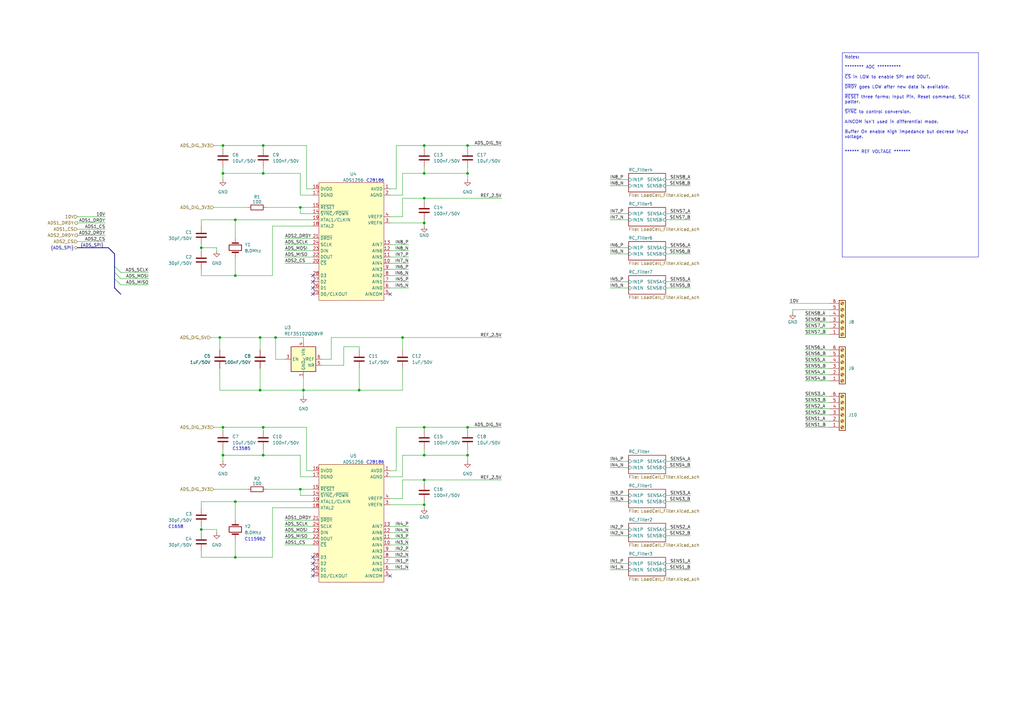
<source format=kicad_sch>
(kicad_sch (version 20250114) (generator "eeschema") (generator_version "9.0")
  (paper "A3")
  (lib_symbols
    (symbol "Connector:Screw_Terminal_01x06" (pin_names (offset 1.016) (hide yes))
      (property "Reference" "J" (at 0 7.62 0))
      (property "Value" "Screw_Terminal_01x06" (at 0 -10.16 0))
      (symbol "Screw_Terminal_01x06_1_1"
        (rectangle (start -1.27 6.35) (end 1.27 -8.89) (stroke (width 0.254)) (fill (type background)))
        (polyline (pts (xy -0.5334 5.4102) (xy 0.3302 4.572)) (stroke (width 0.1524)))
        (polyline (pts (xy -0.5334 2.8702) (xy 0.3302 2.032)) (stroke (width 0.1524)))
        (polyline (pts (xy -0.5334 0.3302) (xy 0.3302 -0.508)) (stroke (width 0.1524)))
        (polyline (pts (xy -0.5334 -2.2098) (xy 0.3302 -3.048)) (stroke (width 0.1524)))
        (polyline (pts (xy -0.5334 -4.7498) (xy 0.3302 -5.588)) (stroke (width 0.1524)))
        (polyline (pts (xy -0.5334 -7.2898) (xy 0.3302 -8.128)) (stroke (width 0.1524)))
        (polyline (pts (xy -0.3556 5.588) (xy 0.508 4.7498)) (stroke (width 0.1524)))
        (polyline (pts (xy -0.3556 3.048) (xy 0.508 2.2098)) (stroke (width 0.1524)))
        (polyline (pts (xy -0.3556 0.508) (xy 0.508 -0.3302)) (stroke (width 0.1524)))
        (polyline (pts (xy -0.3556 -2.032) (xy 0.508 -2.8702)) (stroke (width 0.1524)))
        (polyline (pts (xy -0.3556 -4.572) (xy 0.508 -5.4102)) (stroke (width 0.1524)))
        (polyline (pts (xy -0.3556 -7.112) (xy 0.508 -7.9502)) (stroke (width 0.1524)))
        (circle (center 0 5.08) (radius 0.635) (stroke (width 0.1524)))
        (circle (center 0 2.54) (radius 0.635) (stroke (width 0.1524)))
        (circle (center 0 0) (radius 0.635) (stroke (width 0.1524)))
        (circle (center 0 -2.54) (radius 0.635) (stroke (width 0.1524)))
        (circle (center 0 -5.08) (radius 0.635) (stroke (width 0.1524)))
        (circle (center 0 -7.62) (radius 0.635) (stroke (width 0.1524)))
        (pin passive line (at -5.08 5.08 0) (length 3.81) (name "Pin_1") (number "1"))
        (pin passive line (at -5.08 2.54 0) (length 3.81) (name "Pin_2") (number "2"))
        (pin passive line (at -5.08 0 0) (length 3.81) (name "Pin_3") (number "3"))
        (pin passive line (at -5.08 -2.54 0) (length 3.81) (name "Pin_4") (number "4"))
        (pin passive line (at -5.08 -5.08 0) (length 3.81) (name "Pin_5") (number "5"))
        (pin passive line (at -5.08 -7.62 0) (length 3.81) (name "Pin_6") (number "6"))
      )
    )
    (symbol "Device:C" (pin_numbers (hide yes)) (pin_names (offset 0.254))
      (property "Reference" "C" (at 0.635 2.54 0))
      (property "Value" "C" (at 0.635 -2.54 0))
      (symbol "C_0_1"
        (polyline (pts (xy -2.032 0.762) (xy 2.032 0.762)) (stroke (width 0.508)))
        (polyline (pts (xy -2.032 -0.762) (xy 2.032 -0.762)) (stroke (width 0.508)))
      )
      (symbol "C_1_1"
        (pin passive line (at 0 3.81 270) (length 2.794) (name "~") (number "1"))
        (pin passive line (at 0 -3.81 90) (length 2.794) (name "~") (number "2"))
      )
    )
    (symbol "Device:Crystal" (pin_numbers (hide yes)) (pin_names (offset 1.016) (hide yes))
      (property "Reference" "Y" (at 0 3.81 0))
      (property "Value" "Crystal" (at 0 -3.81 0))
      (symbol "Crystal_0_1"
        (polyline (pts (xy -2.54 0) (xy -1.905 0)))
        (polyline (pts (xy -1.905 -1.27) (xy -1.905 1.27)) (stroke (width 0.508)))
        (rectangle (start -1.143 2.54) (end 1.143 -2.54) (stroke (width 0.3048)))
        (polyline (pts (xy 1.905 -1.27) (xy 1.905 1.27)) (stroke (width 0.508)))
        (polyline (pts (xy 2.54 0) (xy 1.905 0)))
      )
      (symbol "Crystal_1_1"
        (pin passive line (at -3.81 0 0) (length 1.27) (name "1") (number "1"))
        (pin passive line (at 3.81 0 180) (length 1.27) (name "2") (number "2"))
      )
    )
    (symbol "Device:R" (pin_numbers (hide yes)) (pin_names (offset 0))
      (property "Reference" "R" (at 2.032 0 90))
      (property "Value" "R" (at 0 0 90))
      (symbol "R_0_1"
        (rectangle (start -1.016 -2.54) (end 1.016 2.54) (stroke (width 0.254)))
      )
      (symbol "R_1_1"
        (pin passive line (at 0 3.81 270) (length 1.27) (name "~") (number "1"))
        (pin passive line (at 0 -3.81 90) (length 1.27) (name "~") (number "2"))
      )
    )
    (symbol "LIB_SCH_CONTR:ADS1256"
      (property "Reference" "U" (at 0 25.4 0))
      (property "Value" "ADS1256" (at 0 0 0))
      (symbol "ADS1256_0_0"
        (pin power_in line (at -16.51 21.59 0) (length 2.54) (name "DVDD") (number "16"))
        (pin power_in line (at -16.51 19.05 0) (length 2.54) (name "DGND") (number "17"))
        (pin passive line (at -16.51 8.89 0) (length 2.54) (name "XTAL1/CLKIN") (number "19"))
        (pin passive line (at -16.51 6.35 0) (length 2.54) (name "XTAL2") (number "18"))
        (pin input line (at -16.51 -1.27 0) (length 2.54) (name "SCLK") (number "24"))
        (pin input line (at -16.51 -3.81 0) (length 2.54) (name "DIN") (number "23"))
        (pin output line (at -16.51 -6.35 0) (length 2.54) (name "DOUT") (number "22"))
        (pin bidirectional line (at -16.51 -13.97 0) (length 2.54) (name "D3") (number "28"))
        (pin bidirectional line (at -16.51 -16.51 0) (length 2.54) (name "D2") (number "27"))
        (pin bidirectional line (at -16.51 -19.05 0) (length 2.54) (name "D1") (number "26"))
        (pin bidirectional line (at -16.51 -21.59 0) (length 2.54) (name "D0/CLKOUT") (number "25"))
        (pin power_in line (at 15.24 21.59 180) (length 2.54) (name "AVDD") (number "1"))
        (pin power_in line (at 15.24 19.05 180) (length 2.54) (name "AGND") (number "2"))
        (pin power_in line (at 15.24 10.16 180) (length 2.54) (name "VREFP") (number "4"))
        (pin power_in line (at 15.24 7.62 180) (length 2.54) (name "VREFN") (number "3"))
        (pin input line (at 15.24 -1.27 180) (length 2.54) (name "AIN7") (number "13"))
        (pin input line (at 15.24 -3.81 180) (length 2.54) (name "AIN6") (number "12"))
        (pin input line (at 15.24 -6.35 180) (length 2.54) (name "AIN5") (number "11"))
        (pin input line (at 15.24 -8.89 180) (length 2.54) (name "AIN4") (number "10"))
        (pin input line (at 15.24 -11.43 180) (length 2.54) (name "AIN3") (number "9"))
        (pin input line (at 15.24 -13.97 180) (length 2.54) (name "AIN2") (number "8"))
        (pin input line (at 15.24 -16.51 180) (length 2.54) (name "AIN1") (number "7"))
        (pin input line (at 15.24 -19.05 180) (length 2.54) (name "AIN0") (number "6"))
        (pin output line (at 15.24 -21.59 180) (length 2.54) (name "AINCOM") (number "5"))
      )
      (symbol "ADS1256_1_0"
        (pin input line (at -16.51 13.97 0) (length 2.54) (name "~{RESET}") (number "15"))
        (pin input line (at -16.51 11.43 0) (length 2.54) (name "~{SYNC}/~{PDWN}") (number "14"))
        (pin output line (at -16.51 1.27 0) (length 2.54) (name "~{DRDY}") (number "21"))
        (pin input line (at -16.51 -8.89 0) (length 2.54) (name "~{CS}") (number "20"))
      )
      (symbol "ADS1256_1_1"
        (rectangle (start -13.97 24.13) (end 12.7 -24.13) (fill (type background)))
      )
    )
    (symbol "Reference_Voltage:REF35102QDBVR"
      (property "Reference" "U" (at 3.81 6.35 0))
      (property "Value" "REF35102QDBVR" (at 8.636 -6.35 0))
      (symbol "REF35102QDBVR_1_1"
        (rectangle (start -5.08 5.08) (end 5.08 -5.08) (stroke (width 0.254)) (fill (type background)))
        (pin input line (at -7.62 0 0) (length 2.54) (name "EN") (number "3"))
        (pin power_in line (at 0 7.62 270) (length 2.54) (name "VIN") (number "4"))
        (pin power_in line (at 0 -7.62 90) (length 2.54) (name "GND") (number "1"))
        (pin passive line (at 0 -7.62 90) (length 2.54) (hide yes) (name "GND") (number "2"))
        (pin power_out line (at 7.62 0 180) (length 2.54) (name "VREF") (number "6"))
        (pin output line (at 7.62 -2.54 180) (length 2.54) (name "NR") (number "5"))
      )
    )
    (symbol "power:GND" (power) (pin_numbers (hide yes)) (pin_names (offset 0) (hide yes))
      (property "Value" "GND" (at 0 -3.81 0))
      (symbol "GND_0_1"
        (polyline (pts (xy 0 0) (xy 0 -1.27) (xy 1.27 -1.27) (xy 0 -2.54) (xy -1.27 -1.27) (xy 0 -1.27)))
      )
      (symbol "GND_1_1"
        (pin power_in line (at 0 0 270) (length 0) (name "~") (number "1"))
      )
    )
  )
  (bus_alias "ADS_SPI" (members "ADS_SCLK" "ADS_MOSI" "ADS_MISO"))
  (text "C13585" (at 99.06 184.15 0) (effects (font (size 1.27 1.27))))
  (text "C115962" (at 104.648 221.234 0) (effects (font (size 1.27 1.27))))
  (text "C1658" (at 72.136 216.154 0) (effects (font (size 1.27 1.27))))
  (text "C28186" (at 153.924 189.738 0) (effects (font (size 1.27 1.27))))
  (text "C28186" (at 153.924 74.168 0) (effects (font (size 1.27 1.27))))
  (text_box "Notes:\n\n******** ADC **********\n\n~{CS} in LOW to enable SPI and DOUT.\n\n~{DRDY} goes LOW after new data is available.\n\n~{RESET} three forms: Input Pin, Reset command, SCLK patter. \n\n~{SYNC} to control conversion.\n\nAINCOM isn't used in differential mode.\n\nBuffer On enable high impedance but decrese input voltage.\n\n\n****** REF VOLTAGE *******\n\n\n" (at 345.44 21.59 0) (size 55.88 83.82) (margins 0.9525 0.9525 0.9525 0.9525) (effects (font (size 1.27 1.27)) (justify left top)))
  (junction (at 173.99 186.69))
  (junction (at 173.99 81.28))
  (junction (at 191.77 175.26))
  (junction (at 107.95 186.69))
  (junction (at 96.52 205.74))
  (junction (at 91.44 59.69))
  (junction (at 191.77 186.69))
  (junction (at 173.99 59.69))
  (junction (at 91.44 186.69))
  (junction (at 173.99 175.26))
  (junction (at 106.68 160.02))
  (junction (at 173.99 207.01))
  (junction (at 82.55 217.17))
  (junction (at 107.95 71.12))
  (junction (at 191.77 71.12))
  (junction (at 96.52 90.17))
  (junction (at 96.52 113.03))
  (junction (at 123.19 200.66))
  (junction (at 90.17 138.43))
  (junction (at 173.99 91.44))
  (junction (at 107.95 175.26))
  (junction (at 147.32 160.02))
  (junction (at 191.77 59.69))
  (junction (at 106.68 138.43))
  (junction (at 124.46 160.02))
  (junction (at 91.44 71.12))
  (junction (at 91.44 175.26))
  (junction (at 173.99 71.12))
  (junction (at 165.1 138.43))
  (junction (at 96.52 228.6))
  (junction (at 123.19 85.09))
  (junction (at 107.95 59.69))
  (junction (at 113.03 138.43))
  (junction (at 82.55 101.6))
  (junction (at 173.99 196.85))
  (no_connect (at 128.27 228.6))
  (no_connect (at 128.27 113.03))
  (no_connect (at 160.02 236.22))
  (no_connect (at 128.27 115.57))
  (no_connect (at 128.27 233.68))
  (no_connect (at 128.27 120.65))
  (no_connect (at 128.27 236.22))
  (no_connect (at 128.27 231.14))
  (no_connect (at 160.02 120.65))
  (no_connect (at 128.27 118.11))
  (bus_entry (at 46.99 109.22) (size 2.54 2.54))
  (bus_entry (at 46.99 114.3) (size 2.54 2.54))
  (bus_entry (at 46.99 111.76) (size 2.54 2.54))
  (wire (pts (xy 116.84 223.52) (xy 128.27 223.52)))
  (wire (pts (xy 273.05 87.63) (xy 283.21 87.63)))
  (wire (pts (xy 273.05 203.2) (xy 283.21 203.2)))
  (wire (pts (xy 173.99 175.26) (xy 173.99 176.53)))
  (wire (pts (xy 165.1 186.69) (xy 173.99 186.69)))
  (wire (pts (xy 43.18 96.52) (xy 31.75 96.52)))
  (wire (pts (xy 87.63 200.66) (xy 101.6 200.66)))
  (wire (pts (xy 257.81 189.23) (xy 250.19 189.23)))
  (wire (pts (xy 165.1 80.01) (xy 165.1 71.12)))
  (wire (pts (xy 109.22 200.66) (xy 123.19 200.66)))
  (wire (pts (xy 43.18 99.06) (xy 31.75 99.06)))
  (wire (pts (xy 173.99 81.28) (xy 165.1 81.28)))
  (wire (pts (xy 165.1 81.28) (xy 165.1 88.9)))
  (wire (pts (xy 191.77 175.26) (xy 191.77 176.53)))
  (wire (pts (xy 160.02 195.58) (xy 165.1 195.58)))
  (bus (pts (xy 46.99 109.22) (xy 46.99 111.76)))
  (wire (pts (xy 96.52 105.41) (xy 96.52 113.03)))
  (wire (pts (xy 123.19 85.09) (xy 128.27 85.09)))
  (wire (pts (xy 273.05 189.23) (xy 283.21 189.23)))
  (wire (pts (xy 191.77 59.69) (xy 191.77 60.96)))
  (wire (pts (xy 340.36 132.08) (xy 330.2 132.08)))
  (wire (pts (xy 135.89 147.32) (xy 135.89 138.43)))
  (wire (pts (xy 257.81 219.71) (xy 250.19 219.71)))
  (wire (pts (xy 90.17 138.43) (xy 90.17 143.51)))
  (wire (pts (xy 128.27 195.58) (xy 123.19 195.58)))
  (wire (pts (xy 165.1 88.9) (xy 160.02 88.9)))
  (wire (pts (xy 160.02 226.06) (xy 167.64 226.06)))
  (wire (pts (xy 162.56 59.69) (xy 173.99 59.69)))
  (wire (pts (xy 82.55 205.74) (xy 96.52 205.74)))
  (wire (pts (xy 273.05 219.71) (xy 283.21 219.71)))
  (wire (pts (xy 96.52 205.74) (xy 96.52 213.36)))
  (bus (pts (xy 46.99 111.76) (xy 46.99 114.3)))
  (wire (pts (xy 160.02 220.98) (xy 167.64 220.98)))
  (wire (pts (xy 111.76 228.6) (xy 111.76 208.28)))
  (wire (pts (xy 107.95 71.12) (xy 123.19 71.12)))
  (wire (pts (xy 88.9 101.6) (xy 82.55 101.6)))
  (wire (pts (xy 340.36 129.54) (xy 330.2 129.54)))
  (wire (pts (xy 160.02 215.9) (xy 167.64 215.9)))
  (wire (pts (xy 107.95 59.69) (xy 125.73 59.69)))
  (wire (pts (xy 165.1 195.58) (xy 165.1 186.69)))
  (wire (pts (xy 125.73 193.04) (xy 128.27 193.04)))
  (wire (pts (xy 257.81 233.68) (xy 250.19 233.68)))
  (wire (pts (xy 82.55 100.33) (xy 82.55 101.6)))
  (wire (pts (xy 49.53 116.84) (xy 60.96 116.84)))
  (wire (pts (xy 147.32 160.02) (xy 124.46 160.02)))
  (wire (pts (xy 82.55 113.03) (xy 96.52 113.03)))
  (wire (pts (xy 165.1 138.43) (xy 165.1 143.51)))
  (wire (pts (xy 91.44 175.26) (xy 91.44 176.53)))
  (wire (pts (xy 191.77 68.58) (xy 191.77 71.12)))
  (wire (pts (xy 191.77 184.15) (xy 191.77 186.69)))
  (wire (pts (xy 106.68 138.43) (xy 106.68 143.51)))
  (wire (pts (xy 273.05 217.17) (xy 283.21 217.17)))
  (wire (pts (xy 165.1 71.12) (xy 173.99 71.12)))
  (wire (pts (xy 107.95 59.69) (xy 107.95 60.96)))
  (wire (pts (xy 191.77 59.69) (xy 205.74 59.69)))
  (wire (pts (xy 109.22 85.09) (xy 123.19 85.09)))
  (wire (pts (xy 273.05 104.14) (xy 283.21 104.14)))
  (wire (pts (xy 173.99 207.01) (xy 160.02 207.01)))
  (wire (pts (xy 340.36 143.51) (xy 330.2 143.51)))
  (wire (pts (xy 107.95 175.26) (xy 125.73 175.26)))
  (wire (pts (xy 91.44 175.26) (xy 107.95 175.26)))
  (wire (pts (xy 257.81 191.77) (xy 250.19 191.77)))
  (wire (pts (xy 82.55 226.06) (xy 82.55 228.6)))
  (wire (pts (xy 165.1 204.47) (xy 160.02 204.47)))
  (wire (pts (xy 91.44 184.15) (xy 91.44 186.69)))
  (wire (pts (xy 91.44 186.69) (xy 91.44 189.23)))
  (wire (pts (xy 111.76 113.03) (xy 111.76 92.71)))
  (wire (pts (xy 116.84 97.79) (xy 128.27 97.79)))
  (wire (pts (xy 96.52 205.74) (xy 128.27 205.74)))
  (wire (pts (xy 128.27 80.01) (xy 123.19 80.01)))
  (wire (pts (xy 257.81 118.11) (xy 250.19 118.11)))
  (wire (pts (xy 160.02 102.87) (xy 167.64 102.87)))
  (wire (pts (xy 340.36 124.46) (xy 323.85 124.46)))
  (wire (pts (xy 123.19 87.63) (xy 123.19 85.09)))
  (wire (pts (xy 82.55 90.17) (xy 96.52 90.17)))
  (wire (pts (xy 340.36 156.21) (xy 330.2 156.21)))
  (wire (pts (xy 160.02 115.57) (xy 167.64 115.57)))
  (wire (pts (xy 191.77 71.12) (xy 191.77 73.66)))
  (wire (pts (xy 82.55 217.17) (xy 82.55 218.44)))
  (wire (pts (xy 257.81 205.74) (xy 250.19 205.74)))
  (wire (pts (xy 82.55 101.6) (xy 82.55 102.87)))
  (wire (pts (xy 106.68 160.02) (xy 124.46 160.02)))
  (wire (pts (xy 125.73 59.69) (xy 125.73 77.47)))
  (wire (pts (xy 257.81 203.2) (xy 250.19 203.2)))
  (wire (pts (xy 116.84 147.32) (xy 113.03 147.32)))
  (wire (pts (xy 257.81 73.66) (xy 250.19 73.66)))
  (wire (pts (xy 173.99 90.17) (xy 173.99 91.44)))
  (wire (pts (xy 96.52 113.03) (xy 111.76 113.03)))
  (wire (pts (xy 173.99 184.15) (xy 173.99 186.69)))
  (wire (pts (xy 90.17 138.43) (xy 106.68 138.43)))
  (wire (pts (xy 111.76 208.28) (xy 128.27 208.28)))
  (wire (pts (xy 191.77 175.26) (xy 205.74 175.26)))
  (wire (pts (xy 87.63 59.69) (xy 91.44 59.69)))
  (wire (pts (xy 257.81 115.57) (xy 250.19 115.57)))
  (wire (pts (xy 86.36 138.43) (xy 90.17 138.43)))
  (wire (pts (xy 173.99 207.01) (xy 173.99 208.28)))
  (wire (pts (xy 340.36 167.64) (xy 330.2 167.64)))
  (wire (pts (xy 87.63 85.09) (xy 101.6 85.09)))
  (wire (pts (xy 165.1 196.85) (xy 165.1 204.47)))
  (wire (pts (xy 111.76 92.71) (xy 128.27 92.71)))
  (wire (pts (xy 113.03 147.32) (xy 113.03 138.43)))
  (wire (pts (xy 128.27 203.2) (xy 123.19 203.2)))
  (wire (pts (xy 49.53 111.76) (xy 60.96 111.76)))
  (wire (pts (xy 173.99 196.85) (xy 205.74 196.85)))
  (wire (pts (xy 191.77 59.69) (xy 173.99 59.69)))
  (wire (pts (xy 116.84 100.33) (xy 128.27 100.33)))
  (wire (pts (xy 31.75 91.44) (xy 43.18 91.44)))
  (wire (pts (xy 257.81 87.63) (xy 250.19 87.63)))
  (wire (pts (xy 191.77 186.69) (xy 191.77 189.23)))
  (wire (pts (xy 160.02 228.6) (xy 167.64 228.6)))
  (wire (pts (xy 257.81 76.2) (xy 250.19 76.2)))
  (wire (pts (xy 257.81 104.14) (xy 250.19 104.14)))
  (wire (pts (xy 107.95 71.12) (xy 91.44 71.12)))
  (wire (pts (xy 160.02 77.47) (xy 162.56 77.47)))
  (wire (pts (xy 160.02 107.95) (xy 167.64 107.95)))
  (wire (pts (xy 116.84 105.41) (xy 128.27 105.41)))
  (wire (pts (xy 123.19 200.66) (xy 128.27 200.66)))
  (wire (pts (xy 107.95 184.15) (xy 107.95 186.69)))
  (wire (pts (xy 273.05 73.66) (xy 283.21 73.66)))
  (wire (pts (xy 124.46 138.43) (xy 124.46 139.7)))
  (bus (pts (xy 46.99 104.14) (xy 46.99 109.22)))
  (wire (pts (xy 132.08 147.32) (xy 135.89 147.32)))
  (wire (pts (xy 107.95 175.26) (xy 107.95 176.53)))
  (wire (pts (xy 147.32 143.51) (xy 147.32 142.24)))
  (wire (pts (xy 160.02 80.01) (xy 165.1 80.01)))
  (wire (pts (xy 160.02 105.41) (xy 167.64 105.41)))
  (wire (pts (xy 173.99 196.85) (xy 173.99 198.12)))
  (wire (pts (xy 160.02 110.49) (xy 167.64 110.49)))
  (wire (pts (xy 273.05 231.14) (xy 283.21 231.14)))
  (wire (pts (xy 91.44 59.69) (xy 107.95 59.69)))
  (wire (pts (xy 273.05 191.77) (xy 283.21 191.77)))
  (wire (pts (xy 123.19 80.01) (xy 123.19 71.12)))
  (wire (pts (xy 173.99 196.85) (xy 165.1 196.85)))
  (wire (pts (xy 82.55 228.6) (xy 96.52 228.6)))
  (wire (pts (xy 116.84 213.36) (xy 128.27 213.36)))
  (bus (pts (xy 46.99 114.3) (xy 46.99 118.11)))
  (bus (pts (xy 44.45 101.6) (xy 46.99 104.14)))
  (wire (pts (xy 273.05 115.57) (xy 283.21 115.57)))
  (wire (pts (xy 257.81 90.17) (xy 250.19 90.17)))
  (wire (pts (xy 340.36 165.1) (xy 330.2 165.1)))
  (wire (pts (xy 96.52 90.17) (xy 128.27 90.17)))
  (wire (pts (xy 257.81 101.6) (xy 250.19 101.6)))
  (wire (pts (xy 140.97 149.86) (xy 132.08 149.86)))
  (wire (pts (xy 91.44 71.12) (xy 91.44 73.66)))
  (wire (pts (xy 340.36 162.56) (xy 330.2 162.56)))
  (wire (pts (xy 91.44 59.69) (xy 91.44 60.96)))
  (wire (pts (xy 31.75 88.9) (xy 43.18 88.9)))
  (wire (pts (xy 325.12 127) (xy 340.36 127)))
  (wire (pts (xy 43.18 93.98) (xy 31.75 93.98)))
  (wire (pts (xy 116.84 107.95) (xy 128.27 107.95)))
  (wire (pts (xy 82.55 208.28) (xy 82.55 205.74)))
  (wire (pts (xy 340.36 153.67) (xy 330.2 153.67)))
  (wire (pts (xy 96.52 228.6) (xy 111.76 228.6)))
  (wire (pts (xy 147.32 151.13) (xy 147.32 160.02)))
  (wire (pts (xy 107.95 186.69) (xy 123.19 186.69)))
  (wire (pts (xy 49.53 114.3) (xy 60.96 114.3)))
  (wire (pts (xy 113.03 138.43) (xy 124.46 138.43)))
  (bus (pts (xy 31.75 101.6) (xy 44.45 101.6)))
  (wire (pts (xy 340.36 175.26) (xy 330.2 175.26)))
  (wire (pts (xy 340.36 146.05) (xy 330.2 146.05)))
  (wire (pts (xy 340.36 172.72) (xy 330.2 172.72)))
  (wire (pts (xy 160.02 118.11) (xy 167.64 118.11)))
  (wire (pts (xy 173.99 71.12) (xy 191.77 71.12)))
  (wire (pts (xy 124.46 154.94) (xy 124.46 160.02)))
  (wire (pts (xy 273.05 233.68) (xy 283.21 233.68)))
  (wire (pts (xy 273.05 76.2) (xy 283.21 76.2)))
  (wire (pts (xy 82.55 92.71) (xy 82.55 90.17)))
  (wire (pts (xy 125.73 77.47) (xy 128.27 77.47)))
  (wire (pts (xy 325.12 128.27) (xy 325.12 127)))
  (wire (pts (xy 273.05 101.6) (xy 283.21 101.6)))
  (wire (pts (xy 173.99 205.74) (xy 173.99 207.01)))
  (wire (pts (xy 273.05 205.74) (xy 283.21 205.74)))
  (wire (pts (xy 340.36 151.13) (xy 330.2 151.13)))
  (wire (pts (xy 82.55 110.49) (xy 82.55 113.03)))
  (wire (pts (xy 173.99 59.69) (xy 173.99 60.96)))
  (wire (pts (xy 106.68 138.43) (xy 113.03 138.43)))
  (wire (pts (xy 162.56 175.26) (xy 173.99 175.26)))
  (wire (pts (xy 140.97 142.24) (xy 140.97 149.86)))
  (wire (pts (xy 173.99 91.44) (xy 173.99 92.71)))
  (wire (pts (xy 96.52 220.98) (xy 96.52 228.6)))
  (wire (pts (xy 160.02 231.14) (xy 167.64 231.14)))
  (wire (pts (xy 173.99 91.44) (xy 160.02 91.44)))
  (wire (pts (xy 273.05 118.11) (xy 283.21 118.11)))
  (wire (pts (xy 160.02 113.03) (xy 167.64 113.03)))
  (wire (pts (xy 91.44 68.58) (xy 91.44 71.12)))
  (wire (pts (xy 107.95 68.58) (xy 107.95 71.12)))
  (wire (pts (xy 90.17 151.13) (xy 90.17 160.02)))
  (wire (pts (xy 173.99 186.69) (xy 191.77 186.69)))
  (wire (pts (xy 165.1 160.02) (xy 147.32 160.02)))
  (wire (pts (xy 88.9 218.44) (xy 88.9 217.17)))
  (wire (pts (xy 123.19 195.58) (xy 123.19 186.69)))
  (wire (pts (xy 90.17 160.02) (xy 106.68 160.02)))
  (wire (pts (xy 106.68 151.13) (xy 106.68 160.02)))
  (wire (pts (xy 116.84 220.98) (xy 128.27 220.98)))
  (wire (pts (xy 128.27 87.63) (xy 123.19 87.63)))
  (wire (pts (xy 88.9 102.87) (xy 88.9 101.6)))
  (wire (pts (xy 160.02 218.44) (xy 167.64 218.44)))
  (wire (pts (xy 162.56 193.04) (xy 162.56 175.26)))
  (wire (pts (xy 125.73 175.26) (xy 125.73 193.04)))
  (bus (pts (xy 46.99 118.11) (xy 49.53 120.65)))
  (wire (pts (xy 165.1 151.13) (xy 165.1 160.02)))
  (wire (pts (xy 107.95 186.69) (xy 91.44 186.69)))
  (wire (pts (xy 162.56 77.47) (xy 162.56 59.69)))
  (wire (pts (xy 340.36 148.59) (xy 330.2 148.59)))
  (wire (pts (xy 191.77 175.26) (xy 173.99 175.26)))
  (wire (pts (xy 135.89 138.43) (xy 165.1 138.43)))
  (wire (pts (xy 165.1 138.43) (xy 205.74 138.43)))
  (wire (pts (xy 160.02 223.52) (xy 167.64 223.52)))
  (wire (pts (xy 116.84 218.44) (xy 128.27 218.44)))
  (wire (pts (xy 340.36 170.18) (xy 330.2 170.18)))
  (wire (pts (xy 88.9 217.17) (xy 82.55 217.17)))
  (wire (pts (xy 123.19 203.2) (xy 123.19 200.66)))
  (wire (pts (xy 160.02 233.68) (xy 167.64 233.68)))
  (wire (pts (xy 173.99 81.28) (xy 205.74 81.28)))
  (wire (pts (xy 257.81 217.17) (xy 250.19 217.17)))
  (wire (pts (xy 257.81 231.14) (xy 250.19 231.14)))
  (wire (pts (xy 82.55 215.9) (xy 82.55 217.17)))
  (wire (pts (xy 160.02 193.04) (xy 162.56 193.04)))
  (wire (pts (xy 124.46 160.02) (xy 124.46 162.56)))
  (wire (pts (xy 173.99 81.28) (xy 173.99 82.55)))
  (wire (pts (xy 116.84 215.9) (xy 128.27 215.9)))
  (wire (pts (xy 173.99 68.58) (xy 173.99 71.12)))
  (wire (pts (xy 340.36 137.16) (xy 330.2 137.16)))
  (wire (pts (xy 160.02 100.33) (xy 167.64 100.33)))
  (wire (pts (xy 96.52 90.17) (xy 96.52 97.79)))
  (wire (pts (xy 116.84 102.87) (xy 128.27 102.87)))
  (wire (pts (xy 273.05 90.17) (xy 283.21 90.17)))
  (wire (pts (xy 87.63 175.26) (xy 91.44 175.26)))
  (wire (pts (xy 340.36 134.62) (xy 330.2 134.62)))
  (wire (pts (xy 147.32 142.24) (xy 140.97 142.24)))
  (label "IN6_N" (at 167.64 113.03 180))
  (label "ADS_MOSI" (at 116.84 218.44 0))
  (label "SENS1_B" (at 283.21 233.68 180))
  (label "REF_2.5V" (at 205.74 138.43 180))
  (label "ADS_MISO" (at 116.84 105.41 0))
  (label "{ADS_SPI}" (at 33.02 101.6 0))
  (label "IN1_N" (at 250.19 233.68 0))
  (label "IN7_P" (at 167.64 105.41 180))
  (label "IN8_N" (at 167.64 102.87 180))
  (label "SENS8_B" (at 330.2 132.08 0))
  (label "10V" (at 323.85 124.46 0))
  (label "IN5_N" (at 167.64 118.11 180))
  (label "IN2_P" (at 167.64 226.06 180))
  (label "SENS7_B" (at 330.2 137.16 0))
  (label "IN3_P" (at 167.64 220.98 180))
  (label "ADS_DIG_5V" (at 205.74 59.69 180))
  (label "IN6_N" (at 250.19 104.14 0))
  (label "SENS8_A" (at 330.2 129.54 0))
  (label "SENS6_A" (at 283.21 101.6 180))
  (label "IN1_N" (at 167.64 233.68 180))
  (label "SENS2_A" (at 330.2 167.64 0))
  (label "ADS_DIG_5V" (at 205.74 175.26 180))
  (label "IN4_P" (at 167.64 215.9 180))
  (label "ADS1_CS" (at 43.18 93.98 180))
  (label "IN7_N" (at 167.64 107.95 180))
  (label "IN5_P" (at 250.19 115.57 0))
  (label "IN7_P" (at 250.19 87.63 0))
  (label "SENS1_B" (at 330.2 175.26 0))
  (label "SENS5_B" (at 330.2 151.13 0))
  (label "IN7_N" (at 250.19 90.17 0))
  (label "IN4_P" (at 250.19 189.23 0))
  (label "IN2_P" (at 250.19 217.17 0))
  (label "SENS4_B" (at 283.21 191.77 180))
  (label "SENS5_A" (at 283.21 115.57 180))
  (label "IN3_N" (at 167.64 223.52 180))
  (label "IN8_P" (at 250.19 73.66 0))
  (label "IN2_N" (at 167.64 228.6 180))
  (label "SENS8_A" (at 283.21 73.66 180))
  (label "ADS_MISO" (at 116.84 220.98 0))
  (label "ADS_MOSI" (at 60.96 114.3 180))
  (label "IN8_P" (at 167.64 100.33 180))
  (label "SENS5_A" (at 330.2 148.59 0))
  (label "ADS1_CS" (at 116.84 223.52 0))
  (label "SENS7_A" (at 283.21 87.63 180))
  (label "SENS1_A" (at 283.21 231.14 180))
  (label "SENS7_B" (at 283.21 90.17 180))
  (label "SENS2_A" (at 283.21 217.17 180))
  (label "SENS4_B" (at 330.2 156.21 0))
  (label "SENS6_B" (at 283.21 104.14 180))
  (label "ADS2_DRDY" (at 116.84 97.79 0))
  (label "SENS3_A" (at 330.2 162.56 0))
  (label "SENS2_B" (at 330.2 170.18 0))
  (label "IN5_P" (at 167.64 115.57 180))
  (label "REF_2.5V" (at 205.74 81.28 180))
  (label "IN6_P" (at 250.19 101.6 0))
  (label "ADS2_DRDY" (at 43.18 96.52 180))
  (label "SENS3_B" (at 330.2 165.1 0))
  (label "SENS8_B" (at 283.21 76.2 180))
  (label "ADS_SCLK" (at 60.96 111.76 180))
  (label "ADS2_CS" (at 116.84 107.95 0))
  (label "IN1_P" (at 167.64 231.14 180))
  (label "SENS6_B" (at 330.2 146.05 0))
  (label "ADS_SCLK" (at 116.84 100.33 0))
  (label "10V" (at 43.18 88.9 180))
  (label "IN5_N" (at 250.19 118.11 0))
  (label "ADS2_CS" (at 43.18 99.06 180))
  (label "IN2_N" (at 250.19 219.71 0))
  (label "ADS_SCLK" (at 116.84 215.9 0))
  (label "SENS5_B" (at 283.21 118.11 180))
  (label "ADS_MOSI" (at 116.84 102.87 0))
  (label "ADS_MISO" (at 60.96 116.84 180))
  (label "IN4_N" (at 167.64 218.44 180))
  (label "SENS4_A" (at 283.21 189.23 180))
  (label "SENS6_A" (at 330.2 143.51 0))
  (label "IN3_P" (at 250.19 203.2 0))
  (label "IN1_P" (at 250.19 231.14 0))
  (label "IN4_N" (at 250.19 191.77 0))
  (label "ADS1_DRDY" (at 116.84 213.36 0))
  (label "SENS3_A" (at 283.21 203.2 180))
  (label "SENS4_A" (at 330.2 153.67 0))
  (label "SENS3_B" (at 283.21 205.74 180))
  (label "SENS2_B" (at 283.21 219.71 180))
  (label "SENS1_A" (at 330.2 172.72 0))
  (label "IN6_P" (at 167.64 110.49 180))
  (label "IN8_N" (at 250.19 76.2 0))
  (label "IN3_N" (at 250.19 205.74 0))
  (label "REF_2.5V" (at 205.74 196.85 180))
  (label "ADS1_DRDY" (at 43.18 91.44 180))
  (label "SENS7_A" (at 330.2 134.62 0))
  (hierarchical_label "ADS_DIG_3V3" (shape input) (at 87.63 85.09 180))
  (hierarchical_label "10V" (shape input) (at 31.75 88.9 180))
  (hierarchical_label "ADS2_CS" (shape input) (at 31.75 99.06 180))
  (hierarchical_label "ADS1_CS" (shape input) (at 31.75 93.98 180))
  (hierarchical_label "ADS2_DRDY" (shape output) (at 31.75 96.52 180))
  (hierarchical_label "ADS_DIG_3V3" (shape input) (at 87.63 175.26 180))
  (hierarchical_label "ADS_DIG_3V3" (shape input) (at 87.63 59.69 180))
  (hierarchical_label "{ADS_SPI}" (shape bidirectional) (at 31.75 101.6 180))
  (hierarchical_label "ADS_DIG_5V" (shape input) (at 86.36 138.43 180))
  (hierarchical_label "ADS_DIG_3V3" (shape input) (at 87.63 200.66 180))
  (hierarchical_label "ADS1_DRDY" (shape output) (at 31.75 91.44 180))
  (symbol (lib_id "Device:C") (at 173.99 201.93 0) (unit 1)
    (property "Reference" "C16" (at 177.8 200.6599 0) (effects (justify left)))
    (property "Value" "100nF/50V" (at 177.8 203.1999 0) (effects (justify left)))
    (property "Footprint" "Resistor_SMD:R_0805_2012Metric_Pad1.20x1.40mm_HandSolder" (effects (hide yes)))
    (property "Description" "Unpolarized capacitor" (effects (hide yes)))
  )
  (symbol (lib_id "Device:Crystal") (at 96.52 101.6 90) (unit 1)
    (property "Reference" "Y1" (at 100.33 100.3299 90) (effects (justify right)))
    (property "Value" "8.0Mhz" (at 100.33 102.8699 90) (effects (justify right)))
    (property "Footprint" "Crystal:Crystal_SMD_5032-2Pin_5.0x3.2mm" (effects (hide yes)))
    (property "Description" "Two pin crystal" (effects (hide yes)))
  )
  (symbol (lib_id "Device:C") (at 165.1 147.32 0) (unit 1)
    (property "Reference" "C12" (at 168.91 146.0499 0) (effects (justify left)))
    (property "Value" "1uF/50V" (at 168.91 148.5899 0) (effects (justify left)))
    (property "Footprint" "Resistor_SMD:R_0805_2012Metric_Pad1.20x1.40mm_HandSolder" (effects (hide yes)))
    (property "Description" "Unpolarized capacitor" (effects (hide yes)))
  )
  (symbol (lib_id "Connector:Screw_Terminal_01x06") (at 345.44 170.18 0) (mirror x) (unit 1)
    (property "Reference" "J10" (at 347.98 170.1801 0) (effects (justify left)))
    (property "Value" "Screw_Terminal_01x06" (effects (hide yes)))
    (property "Footprint" "LIB_PCB_CONT:15EDGVC_6P_3.81mm_Male-Vert_Degson" (effects (hide yes)))
    (property "Description" "Generic screw terminal, single row, 01x06, script generated (kicad-library-utils/schlib/autogen/connector/)" (effects (hide yes)))
  )
  (symbol (lib_id "Device:C") (at 91.44 180.34 0) (unit 1)
    (property "Reference" "C7" (at 95.25 179.0699 0) (effects (justify left)))
    (property "Value" "10uF/50V" (at 95.25 181.6099 0) (effects (justify left)))
    (property "Footprint" "Resistor_SMD:R_1206_3216Metric_Pad1.30x1.75mm_HandSolder" (effects (hide yes)))
    (property "Description" "Unpolarized capacitor" (effects (hide yes)))
  )
  (symbol (lib_id "Device:C") (at 191.77 64.77 0) (unit 1)
    (property "Reference" "C17" (at 195.58 63.4999 0) (effects (justify left)))
    (property "Value" "10uF/50V" (at 195.58 66.0399 0) (effects (justify left)))
    (property "Footprint" "Resistor_SMD:R_1206_3216Metric_Pad1.30x1.75mm_HandSolder" (effects (hide yes)))
    (property "Description" "Unpolarized capacitor" (effects (hide yes)))
  )
  (symbol (lib_id "power:GND") (at 173.99 92.71 0) (mirror y) (unit 1)
    (property "Reference" "#PWR08" (effects (hide yes)))
    (property "Value" "GND" (at 173.99 96.52 0))
    (property "Description" "Power symbol creates a global label with name \"GND\" , ground" (effects (hide yes)))
  )
  (symbol (lib_id "Device:R") (at 105.41 200.66 90) (unit 1)
    (property "Reference" "R2" (at 105.41 196.342 90))
    (property "Value" "100" (at 105.41 198.374 90))
    (property "Footprint" "Resistor_SMD:R_0603_1608Metric" (effects (hide yes)))
    (property "Description" "Resistor" (effects (hide yes)))
  )
  (symbol (lib_id "Device:C") (at 82.55 96.52 0) (mirror y) (unit 1)
    (property "Reference" "C1" (at 78.74 95.2499 0) (effects (justify left)))
    (property "Value" "30pF/50V" (at 78.74 97.7899 0) (effects (justify left)))
    (property "Footprint" "Capacitor_SMD:C_0603_1608Metric" (effects (hide yes)))
    (property "Description" "Unpolarized capacitor" (effects (hide yes)))
  )
  (symbol (lib_id "Device:Crystal") (at 96.52 217.17 90) (unit 1)
    (property "Reference" "Y2" (at 100.33 215.8999 90) (effects (justify right)))
    (property "Value" "8.0Mhz" (at 100.33 218.4399 90) (effects (justify right)))
    (property "Footprint" "Crystal:Crystal_SMD_5032-2Pin_5.0x3.2mm" (effects (hide yes)))
    (property "Description" "Two pin crystal" (effects (hide yes)))
  )
  (symbol (lib_id "Device:C") (at 173.99 64.77 0) (unit 1)
    (property "Reference" "C13" (at 177.8 63.4999 0) (effects (justify left)))
    (property "Value" "100nF/50V" (at 177.8 66.0399 0) (effects (justify left)))
    (property "Footprint" "Resistor_SMD:R_0805_2012Metric_Pad1.20x1.40mm_HandSolder" (effects (hide yes)))
    (property "Description" "Unpolarized capacitor" (effects (hide yes)))
  )
  (symbol (lib_id "Device:C") (at 191.77 180.34 0) (unit 1)
    (property "Reference" "C18" (at 195.58 179.0699 0) (effects (justify left)))
    (property "Value" "10uF/50V" (at 195.58 181.6099 0) (effects (justify left)))
    (property "Footprint" "Resistor_SMD:R_1206_3216Metric_Pad1.30x1.75mm_HandSolder" (effects (hide yes)))
    (property "Description" "Unpolarized capacitor" (effects (hide yes)))
  )
  (symbol (lib_id "power:GND") (at 88.9 218.44 0) (unit 1)
    (property "Reference" "#PWR04" (effects (hide yes)))
    (property "Value" "GND" (at 88.9 223.52 0))
    (property "Description" "Power symbol creates a global label with name \"GND\" , ground" (effects (hide yes)))
  )
  (symbol (lib_id "Connector:Screw_Terminal_01x06") (at 345.44 151.13 0) (mirror x) (unit 1)
    (property "Reference" "J9" (at 347.98 151.1301 0) (effects (justify left)))
    (property "Value" "Screw_Terminal_01x06" (effects (hide yes)))
    (property "Footprint" "LIB_PCB_CONT:15EDGVC_6P_3.81mm_Male-Vert_Degson" (effects (hide yes)))
    (property "Description" "Generic screw terminal, single row, 01x06, script generated (kicad-library-utils/schlib/autogen/connector/)" (effects (hide yes)))
  )
  (symbol (lib_id "power:GND") (at 91.44 73.66 0) (unit 1)
    (property "Reference" "#PWR05" (effects (hide yes)))
    (property "Value" "GND" (at 91.44 78.74 0))
    (property "Description" "Power symbol creates a global label with name \"GND\" , ground" (effects (hide yes)))
  )
  (symbol (lib_id "Device:C") (at 106.68 147.32 0) (mirror y) (unit 1)
    (property "Reference" "C8" (at 102.87 146.0499 0) (effects (justify left)))
    (property "Value" "100nF/50V" (at 102.87 148.5899 0) (effects (justify left)))
    (property "Footprint" "Resistor_SMD:R_0805_2012Metric_Pad1.20x1.40mm_HandSolder" (effects (hide yes)))
    (property "Description" "Unpolarized capacitor" (effects (hide yes)))
  )
  (symbol (lib_id "power:GND") (at 124.46 162.56 0) (mirror y) (unit 1)
    (property "Reference" "#PWR07" (effects (hide yes)))
    (property "Value" "GND" (at 124.46 167.64 0))
    (property "Description" "Power symbol creates a global label with name \"GND\" , ground" (effects (hide yes)))
  )
  (symbol (lib_id "Device:R") (at 105.41 85.09 90) (unit 1)
    (property "Reference" "R1" (at 105.41 80.772 90))
    (property "Value" "100" (at 105.41 82.804 90))
    (property "Footprint" "Resistor_SMD:R_0603_1608Metric" (effects (hide yes)))
    (property "Description" "Resistor" (effects (hide yes)))
  )
  (symbol (lib_id "Device:C") (at 173.99 86.36 0) (unit 1)
    (property "Reference" "C14" (at 177.8 85.0899 0) (effects (justify left)))
    (property "Value" "100nF/50V" (at 177.8 87.6299 0) (effects (justify left)))
    (property "Footprint" "Resistor_SMD:R_0805_2012Metric_Pad1.20x1.40mm_HandSolder" (effects (hide yes)))
    (property "Description" "Unpolarized capacitor" (effects (hide yes)))
  )
  (symbol (lib_id "power:GND") (at 91.44 189.23 0) (unit 1)
    (property "Reference" "#PWR06" (effects (hide yes)))
    (property "Value" "GND" (at 91.44 194.31 0))
    (property "Description" "Power symbol creates a global label with name \"GND\" , ground" (effects (hide yes)))
  )
  (symbol (lib_id "power:GND") (at 191.77 189.23 0) (mirror y) (unit 1)
    (property "Reference" "#PWR011" (effects (hide yes)))
    (property "Value" "GND" (at 191.77 194.31 0))
    (property "Description" "Power symbol creates a global label with name \"GND\" , ground" (effects (hide yes)))
  )
  (symbol (lib_id "Device:C") (at 173.99 180.34 0) (unit 1)
    (property "Reference" "C15" (at 177.8 179.0699 0) (effects (justify left)))
    (property "Value" "100nF/50V" (at 177.8 181.6099 0) (effects (justify left)))
    (property "Footprint" "Resistor_SMD:R_0805_2012Metric_Pad1.20x1.40mm_HandSolder" (effects (hide yes)))
    (property "Description" "Unpolarized capacitor" (effects (hide yes)))
  )
  (symbol (lib_id "Device:C") (at 82.55 106.68 0) (mirror y) (unit 1)
    (property "Reference" "C2" (at 78.74 105.4099 0) (effects (justify left)))
    (property "Value" "30pF/50V" (at 78.74 107.9499 0) (effects (justify left)))
    (property "Footprint" "Capacitor_SMD:C_0603_1608Metric" (effects (hide yes)))
    (property "Description" "Unpolarized capacitor" (effects (hide yes)))
  )
  (symbol (lib_id "power:GND") (at 191.77 73.66 0) (mirror y) (unit 1)
    (property "Reference" "#PWR010" (effects (hide yes)))
    (property "Value" "GND" (at 191.77 78.74 0))
    (property "Description" "Power symbol creates a global label with name \"GND\" , ground" (effects (hide yes)))
  )
  (symbol (lib_id "Device:C") (at 82.55 222.25 0) (mirror y) (unit 1)
    (property "Reference" "C4" (at 78.74 220.9799 0) (effects (justify left)))
    (property "Value" "30pF/50V" (at 78.74 223.5199 0) (effects (justify left)))
    (property "Footprint" "Capacitor_SMD:C_0603_1608Metric" (effects (hide yes)))
    (property "Description" "Unpolarized capacitor" (effects (hide yes)))
  )
  (symbol (lib_id "Device:C") (at 147.32 147.32 0) (unit 1)
    (property "Reference" "C11" (at 151.13 146.0499 0) (effects (justify left)))
    (property "Value" "1uF/50V" (at 151.13 148.5899 0) (effects (justify left)))
    (property "Footprint" "Resistor_SMD:R_0805_2012Metric_Pad1.20x1.40mm_HandSolder" (effects (hide yes)))
    (property "Description" "Unpolarized capacitor" (effects (hide yes)))
  )
  (symbol (lib_id "Device:C") (at 107.95 180.34 0) (unit 1)
    (property "Reference" "C10" (at 111.76 179.0699 0) (effects (justify left)))
    (property "Value" "100nF/50V" (at 111.76 181.6099 0) (effects (justify left)))
    (property "Footprint" "Resistor_SMD:R_0805_2012Metric_Pad1.20x1.40mm_HandSolder" (effects (hide yes)))
    (property "Description" "Unpolarized capacitor" (effects (hide yes)))
  )
  (symbol (lib_id "Device:C") (at 82.55 212.09 0) (mirror y) (unit 1)
    (property "Reference" "C3" (at 78.74 210.8199 0) (effects (justify left)))
    (property "Value" "30pF/50V" (at 78.74 213.3599 0) (effects (justify left)))
    (property "Footprint" "Capacitor_SMD:C_0603_1608Metric" (effects (hide yes)))
    (property "Description" "Unpolarized capacitor" (effects (hide yes)))
  )
  (symbol (lib_id "LIB_SCH_CONTR:ADS1256") (at 144.78 99.06 0) (unit 1)
    (property "Reference" "U4" (at 144.907 71.374 0))
    (property "Value" "ADS1256" (at 144.907 73.914 0))
    (property "Footprint" "Package_SO:SSOP-28_5.3x10.2mm_P0.65mm" (effects (hide yes)))
    (property "Datasheet" "https://www.ti.com/lit/ds/symlink/ads1256.pdf" (effects (hide yes)))
    (property "Description" "ADC 24bits low noise" (effects (hide yes)))
  )
  (symbol (lib_id "power:GND") (at 173.99 208.28 0) (mirror y) (unit 1)
    (property "Reference" "#PWR09" (effects (hide yes)))
    (property "Value" "GND" (at 173.99 212.09 0))
    (property "Description" "Power symbol creates a global label with name \"GND\" , ground" (effects (hide yes)))
  )
  (symbol (lib_id "LIB_SCH_CONTR:ADS1256") (at 144.78 214.63 0) (unit 1)
    (property "Reference" "U5" (at 144.907 186.944 0))
    (property "Value" "ADS1256" (at 144.907 189.484 0))
    (property "Footprint" "Package_SO:SSOP-28_5.3x10.2mm_P0.65mm" (effects (hide yes)))
    (property "Datasheet" "https://www.ti.com/lit/ds/symlink/ads1256.pdf" (effects (hide yes)))
    (property "Description" "ADC 24bits low noise" (effects (hide yes)))
  )
  (symbol (lib_id "power:GND") (at 325.12 128.27 0) (mirror y) (unit 1)
    (property "Reference" "#PWR0116" (effects (hide yes)))
    (property "Value" "GND" (at 325.12 132.08 0))
    (property "Description" "Power symbol creates a global label with name \"GND\" , ground" (effects (hide yes)))
  )
  (symbol (lib_id "Device:C") (at 91.44 64.77 0) (unit 1)
    (property "Reference" "C6" (at 95.25 63.4999 0) (effects (justify left)))
    (property "Value" "10uF/50V" (at 95.25 66.0399 0) (effects (justify left)))
    (property "Footprint" "Resistor_SMD:R_1206_3216Metric_Pad1.30x1.75mm_HandSolder" (effects (hide yes)))
    (property "Description" "Unpolarized capacitor" (effects (hide yes)))
  )
  (symbol (lib_id "Reference_Voltage:REF35102QDBVR") (at 124.46 147.32 0) (unit 1)
    (property "Reference" "U3" (at 116.586 134.366 0) (effects (justify left)))
    (property "Value" "REF35102QDBVR" (at 116.586 136.906 0) (effects (justify left)))
    (property "Footprint" "Package_TO_SOT_SMD:SOT-23-6" (effects (hide yes)))
    (property "Datasheet" "https://www.ti.com/lit/ds/symlink/ref35.pdf" (effects (hide yes)))
    (property "Description" "1.024V, Ultra Low-Power, High-Precision Voltage Reference, SOT-23-6" (effects (hide yes)))
  )
  (symbol (lib_id "Device:C") (at 107.95 64.77 0) (unit 1)
    (property "Reference" "C9" (at 111.76 63.4999 0) (effects (justify left)))
    (property "Value" "100nF/50V" (at 111.76 66.0399 0) (effects (justify left)))
    (property "Footprint" "Resistor_SMD:R_0805_2012Metric_Pad1.20x1.40mm_HandSolder" (effects (hide yes)))
    (property "Description" "Unpolarized capacitor" (effects (hide yes)))
  )
  (symbol (lib_id "Connector:Screw_Terminal_01x06") (at 345.44 132.08 0) (mirror x) (unit 1)
    (property "Reference" "J8" (at 347.98 132.0801 0) (effects (justify left)))
    (property "Value" "Screw_Terminal_01x06" (effects (hide yes)))
    (property "Footprint" "LIB_PCB_CONT:15EDGVC_6P_3.81mm_Male-Vert_Degson" (effects (hide yes)))
    (property "Description" "Generic screw terminal, single row, 01x06, script generated (kicad-library-utils/schlib/autogen/connector/)" (effects (hide yes)))
  )
  (symbol (lib_id "power:GND") (at 88.9 102.87 0) (unit 1)
    (property "Reference" "#PWR03" (effects (hide yes)))
    (property "Value" "GND" (at 88.9 107.95 0))
    (property "Description" "Power symbol creates a global label with name \"GND\" , ground" (effects (hide yes)))
  )
  (symbol (lib_id "Device:C") (at 90.17 147.32 0) (unit 1)
    (property "Reference" "C5" (at 86.36 146.0499 0) (effects (justify right)))
    (property "Value" "1uF/50V" (at 86.36 148.5899 0) (effects (justify right)))
    (property "Footprint" "Resistor_SMD:R_0805_2012Metric_Pad1.20x1.40mm_HandSolder" (effects (hide yes)))
    (property "Description" "Unpolarized capacitor" (effects (hide yes)))
  )
  (sheet (at 257.81 113.03) (size 15.24 7.62) (stroke (width 0.1524))
    (property "Sheetname" "RC_Filter7" (at 257.81 112.3184 0) (effects (justify left bottom)))
    (property "Sheetfile" "LoadCell_Filter.kicad_sch" (at 257.81 121.2346 0) (effects (justify left top)))
    (pin "IN1N" input (at 257.81 118.11 180))
    (pin "IN1P" input (at 257.81 115.57 180))
    (pin "SENSB" input (at 273.05 118.11 0))
    (pin "SENSA" input (at 273.05 115.57 0))
  )
  (sheet (at 257.81 186.69) (size 15.24 7.62) (stroke (width 0.1524))
    (property "Sheetname" "RC_Filter" (at 257.81 185.9784 0) (effects (justify left bottom)))
    (property "Sheetfile" "LoadCell_Filter.kicad_sch" (at 257.81 194.8946 0) (effects (justify left top)))
    (pin "IN1N" input (at 257.81 191.77 180))
    (pin "IN1P" input (at 257.81 189.23 180))
    (pin "SENSB" input (at 273.05 191.77 0))
    (pin "SENSA" input (at 273.05 189.23 0))
  )
  (sheet (at 257.81 200.66) (size 15.24 7.62) (stroke (width 0.1524))
    (property "Sheetname" "RC_Filter1" (at 257.81 199.9484 0) (effects (justify left bottom)))
    (property "Sheetfile" "LoadCell_Filter.kicad_sch" (at 257.81 208.8646 0) (effects (justify left top)))
    (pin "IN1N" input (at 257.81 205.74 180))
    (pin "IN1P" input (at 257.81 203.2 180))
    (pin "SENSB" input (at 273.05 205.74 0))
    (pin "SENSA" input (at 273.05 203.2 0))
  )
  (sheet (at 257.81 228.6) (size 15.24 7.62) (stroke (width 0.1524))
    (property "Sheetname" "RC_Filter3" (at 257.81 227.8884 0) (effects (justify left bottom)))
    (property "Sheetfile" "LoadCell_Filter.kicad_sch" (at 257.81 236.8046 0) (effects (justify left top)))
    (pin "IN1N" input (at 257.81 233.68 180))
    (pin "IN1P" input (at 257.81 231.14 180))
    (pin "SENSB" input (at 273.05 233.68 0))
    (pin "SENSA" input (at 273.05 231.14 0))
  )
  (sheet (at 257.81 85.09) (size 15.24 7.62) (stroke (width 0.1524))
    (property "Sheetname" "RC_Filter5" (at 257.81 84.3784 0) (effects (justify left bottom)))
    (property "Sheetfile" "LoadCell_Filter.kicad_sch" (at 257.81 93.2946 0) (effects (justify left top)))
    (pin "IN1N" input (at 257.81 90.17 180))
    (pin "IN1P" input (at 257.81 87.63 180))
    (pin "SENSB" input (at 273.05 90.17 0))
    (pin "SENSA" input (at 273.05 87.63 0))
  )
  (sheet (at 257.81 71.12) (size 15.24 7.62) (stroke (width 0.1524))
    (property "Sheetname" "RC_Filter4" (at 257.81 70.4084 0) (effects (justify left bottom)))
    (property "Sheetfile" "LoadCell_Filter.kicad_sch" (at 257.81 79.3246 0) (effects (justify left top)))
    (pin "IN1N" input (at 257.81 76.2 180))
    (pin "IN1P" input (at 257.81 73.66 180))
    (pin "SENSB" input (at 273.05 76.2 0))
    (pin "SENSA" input (at 273.05 73.66 0))
  )
  (sheet (at 257.81 214.63) (size 15.24 7.62) (stroke (width 0.1524))
    (property "Sheetname" "RC_Filter2" (at 257.81 213.9184 0) (effects (justify left bottom)))
    (property "Sheetfile" "LoadCell_Filter.kicad_sch" (at 257.81 222.8346 0) (effects (justify left top)))
    (pin "IN1N" input (at 257.81 219.71 180))
    (pin "IN1P" input (at 257.81 217.17 180))
    (pin "SENSB" input (at 273.05 219.71 0))
    (pin "SENSA" input (at 273.05 217.17 0))
  )
  (sheet (at 257.81 99.06) (size 15.24 7.62) (stroke (width 0.1524))
    (property "Sheetname" "RC_Filter6" (at 257.81 98.3484 0) (effects (justify left bottom)))
    (property "Sheetfile" "LoadCell_Filter.kicad_sch" (at 257.81 107.2646 0) (effects (justify left top)))
    (pin "IN1N" input (at 257.81 104.14 180))
    (pin "IN1P" input (at 257.81 101.6 180))
    (pin "SENSB" input (at 273.05 104.14 0))
    (pin "SENSA" input (at 273.05 101.6 0))
  )
)
</source>
